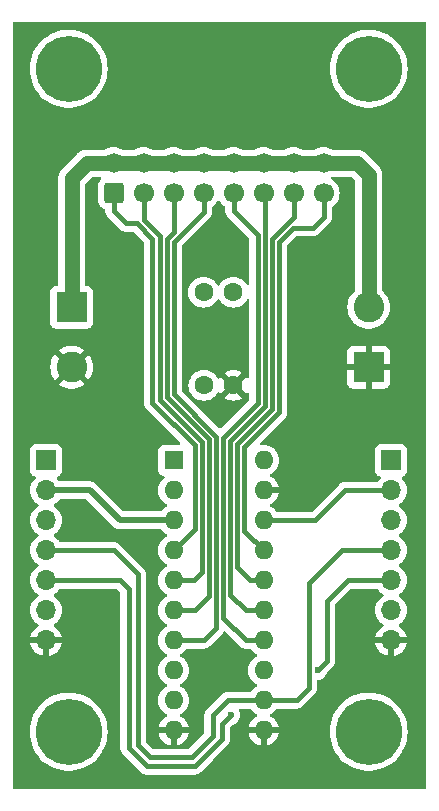
<source format=gbr>
G04 #@! TF.GenerationSoftware,KiCad,Pcbnew,7.0.1*
G04 #@! TF.CreationDate,2023-05-03T21:59:58+05:00*
G04 #@! TF.ProjectId,Breakout_TPIC6B595N_v1.0,42726561-6b6f-4757-945f-545049433642,rev?*
G04 #@! TF.SameCoordinates,Original*
G04 #@! TF.FileFunction,Copper,L2,Bot*
G04 #@! TF.FilePolarity,Positive*
%FSLAX46Y46*%
G04 Gerber Fmt 4.6, Leading zero omitted, Abs format (unit mm)*
G04 Created by KiCad (PCBNEW 7.0.1) date 2023-05-03 21:59:58*
%MOMM*%
%LPD*%
G01*
G04 APERTURE LIST*
G04 Aperture macros list*
%AMRoundRect*
0 Rectangle with rounded corners*
0 $1 Rounding radius*
0 $2 $3 $4 $5 $6 $7 $8 $9 X,Y pos of 4 corners*
0 Add a 4 corners polygon primitive as box body*
4,1,4,$2,$3,$4,$5,$6,$7,$8,$9,$2,$3,0*
0 Add four circle primitives for the rounded corners*
1,1,$1+$1,$2,$3*
1,1,$1+$1,$4,$5*
1,1,$1+$1,$6,$7*
1,1,$1+$1,$8,$9*
0 Add four rect primitives between the rounded corners*
20,1,$1+$1,$2,$3,$4,$5,0*
20,1,$1+$1,$4,$5,$6,$7,0*
20,1,$1+$1,$6,$7,$8,$9,0*
20,1,$1+$1,$8,$9,$2,$3,0*%
G04 Aperture macros list end*
G04 #@! TA.AperFunction,ComponentPad*
%ADD10C,5.600000*%
G04 #@! TD*
G04 #@! TA.AperFunction,ComponentPad*
%ADD11C,1.600000*%
G04 #@! TD*
G04 #@! TA.AperFunction,ComponentPad*
%ADD12R,1.700000X1.700000*%
G04 #@! TD*
G04 #@! TA.AperFunction,ComponentPad*
%ADD13O,1.700000X1.700000*%
G04 #@! TD*
G04 #@! TA.AperFunction,ComponentPad*
%ADD14RoundRect,0.250000X0.600000X-0.600000X0.600000X0.600000X-0.600000X0.600000X-0.600000X-0.600000X0*%
G04 #@! TD*
G04 #@! TA.AperFunction,ComponentPad*
%ADD15C,1.700000*%
G04 #@! TD*
G04 #@! TA.AperFunction,ComponentPad*
%ADD16R,1.600000X1.600000*%
G04 #@! TD*
G04 #@! TA.AperFunction,ComponentPad*
%ADD17O,1.600000X1.600000*%
G04 #@! TD*
G04 #@! TA.AperFunction,ComponentPad*
%ADD18R,2.600000X2.600000*%
G04 #@! TD*
G04 #@! TA.AperFunction,ComponentPad*
%ADD19C,2.600000*%
G04 #@! TD*
G04 #@! TA.AperFunction,ViaPad*
%ADD20C,0.600000*%
G04 #@! TD*
G04 #@! TA.AperFunction,Conductor*
%ADD21C,0.400000*%
G04 #@! TD*
G04 #@! TA.AperFunction,Conductor*
%ADD22C,0.500000*%
G04 #@! TD*
G04 #@! TA.AperFunction,Conductor*
%ADD23C,1.270000*%
G04 #@! TD*
G04 APERTURE END LIST*
D10*
X125730000Y-55000000D03*
D11*
X137180000Y-81788000D03*
X139680000Y-81788000D03*
D10*
X151130000Y-111125000D03*
D12*
X153035000Y-88138000D03*
D13*
X153035000Y-90678000D03*
X153035000Y-93218000D03*
X153035000Y-95758000D03*
X153035000Y-98298000D03*
X153035000Y-100838000D03*
X153035000Y-103378000D03*
D10*
X125730000Y-111125000D03*
D11*
X137160000Y-73914000D03*
X139660000Y-73914000D03*
D14*
X129540000Y-65522500D03*
D15*
X129540000Y-62982500D03*
X132080000Y-65522500D03*
X132080000Y-62982500D03*
X134620000Y-65522500D03*
X134620000Y-62982500D03*
X137160000Y-65522500D03*
X137160000Y-62982500D03*
X139700000Y-65522500D03*
X139700000Y-62982500D03*
X142240000Y-65522500D03*
X142240000Y-62982500D03*
X144780000Y-65522500D03*
X144780000Y-62982500D03*
X147320000Y-65522500D03*
X147320000Y-62982500D03*
D16*
X134615000Y-88138000D03*
D17*
X134615000Y-90678000D03*
X134615000Y-93218000D03*
X134615000Y-95758000D03*
X134615000Y-98298000D03*
X134615000Y-100838000D03*
X134615000Y-103378000D03*
X134615000Y-105918000D03*
X134615000Y-108458000D03*
X134615000Y-110998000D03*
X142235000Y-110998000D03*
X142235000Y-108458000D03*
X142235000Y-105918000D03*
X142235000Y-103378000D03*
X142235000Y-100838000D03*
X142235000Y-98298000D03*
X142235000Y-95758000D03*
X142235000Y-93218000D03*
X142235000Y-90678000D03*
X142235000Y-88138000D03*
D18*
X125984000Y-75184000D03*
D19*
X125984000Y-80264000D03*
D10*
X151130000Y-55000000D03*
D18*
X151130000Y-80264000D03*
D19*
X151130000Y-75184000D03*
D12*
X123825000Y-88138000D03*
D13*
X123825000Y-90678000D03*
X123825000Y-93218000D03*
X123825000Y-95758000D03*
X123825000Y-98298000D03*
X123825000Y-100838000D03*
X123825000Y-103378000D03*
D20*
X147066000Y-114300000D03*
X123952000Y-106172000D03*
X127508000Y-105664000D03*
X150622000Y-106934000D03*
X153162000Y-106426000D03*
X150622000Y-84328000D03*
X124968000Y-84582000D03*
X131318000Y-87884000D03*
X146304000Y-86360000D03*
X154178000Y-69596000D03*
X122936000Y-69850000D03*
X130048000Y-70612000D03*
X122682000Y-61214000D03*
X122936000Y-66802000D03*
X130302000Y-58674000D03*
X153670000Y-63500000D03*
X146812000Y-70866000D03*
X145288000Y-58928000D03*
X138684000Y-58420000D03*
X138176000Y-69596000D03*
X139446000Y-109728000D03*
X146812000Y-105918000D03*
D21*
X134615000Y-95758000D02*
X136398000Y-93975000D01*
X132820000Y-83295584D02*
X132820000Y-69406528D01*
X132820000Y-69406528D02*
X131485472Y-68072000D01*
X136398000Y-93975000D02*
X136398000Y-86873584D01*
X131485472Y-68072000D02*
X130556000Y-68072000D01*
X129540000Y-67056000D02*
X129540000Y-65522500D01*
X136398000Y-86873584D02*
X132820000Y-83295584D01*
X130556000Y-68072000D02*
X129540000Y-67056000D01*
X133420000Y-83047056D02*
X133420000Y-69158000D01*
X134615000Y-98298000D02*
X136306000Y-98298000D01*
X132080000Y-67818000D02*
X132080000Y-65522500D01*
X136998000Y-97606000D02*
X136998000Y-86625056D01*
X136306000Y-98298000D02*
X136998000Y-97606000D01*
X133420000Y-69158000D02*
X132080000Y-67818000D01*
X136998000Y-86625056D02*
X133420000Y-83047056D01*
X136398000Y-100838000D02*
X137598000Y-99638000D01*
X134620000Y-68834000D02*
X134620000Y-65522500D01*
X134020000Y-69434000D02*
X134620000Y-68834000D01*
X137598000Y-99638000D02*
X137598000Y-86376528D01*
X137598000Y-86376528D02*
X134020000Y-82798528D01*
X134615000Y-100838000D02*
X136398000Y-100838000D01*
X134020000Y-82798528D02*
X134020000Y-69434000D01*
X134620000Y-82550000D02*
X134620000Y-69682528D01*
X138198000Y-102340000D02*
X138198000Y-86128000D01*
X137160000Y-103378000D02*
X138198000Y-102340000D01*
X137160000Y-67142528D02*
X137160000Y-65522500D01*
X134615000Y-103378000D02*
X137160000Y-103378000D01*
X134620000Y-69682528D02*
X137160000Y-67142528D01*
X138198000Y-86128000D02*
X134620000Y-82550000D01*
X141732000Y-83312000D02*
X141732000Y-69088000D01*
X142235000Y-103378000D02*
X140716000Y-103378000D01*
X140716000Y-103378000D02*
X138798000Y-101460000D01*
X138798000Y-101460000D02*
X138798000Y-86246000D01*
X139700000Y-67056000D02*
X139700000Y-65522500D01*
X138798000Y-86246000D02*
X141732000Y-83312000D01*
X141732000Y-69088000D02*
X139700000Y-67056000D01*
X140716000Y-100838000D02*
X139398000Y-99520000D01*
X139398000Y-86494528D02*
X142332000Y-83560528D01*
X142332000Y-83560528D02*
X142332000Y-65614500D01*
X142235000Y-100838000D02*
X140716000Y-100838000D01*
X139398000Y-99520000D02*
X139398000Y-86494528D01*
X142332000Y-65614500D02*
X142240000Y-65522500D01*
X144780000Y-67564000D02*
X144780000Y-65522500D01*
X139998000Y-97192370D02*
X139998000Y-86743056D01*
X141103630Y-98298000D02*
X139998000Y-97192370D01*
X139998000Y-86743056D02*
X142932000Y-83809056D01*
X142932000Y-83809056D02*
X142932000Y-69412000D01*
X142235000Y-98298000D02*
X141103630Y-98298000D01*
X142932000Y-69412000D02*
X144780000Y-67564000D01*
X147320000Y-67564000D02*
X147320000Y-65522500D01*
X146431000Y-68453000D02*
X147320000Y-67564000D01*
X143532000Y-84057584D02*
X143532000Y-69660528D01*
X140598000Y-94121000D02*
X140598000Y-86991584D01*
X144739528Y-68453000D02*
X146431000Y-68453000D01*
X142235000Y-95758000D02*
X140598000Y-94121000D01*
X140598000Y-86991584D02*
X143532000Y-84057584D01*
X143532000Y-69660528D02*
X144739528Y-68453000D01*
D22*
X127508000Y-90678000D02*
X123825000Y-90678000D01*
X134615000Y-93218000D02*
X130048000Y-93218000D01*
X130048000Y-93218000D02*
X127508000Y-90678000D01*
D21*
X123825000Y-95758000D02*
X129540000Y-95758000D01*
X148844000Y-95758000D02*
X153035000Y-95758000D01*
X132588000Y-113284000D02*
X136144000Y-113284000D01*
X139192000Y-108458000D02*
X142235000Y-108458000D01*
X129540000Y-95758000D02*
X131572000Y-97790000D01*
X136144000Y-113284000D02*
X137922000Y-111506000D01*
X145034000Y-108458000D02*
X146050000Y-107442000D01*
X137922000Y-111506000D02*
X137922000Y-109728000D01*
X131572000Y-97790000D02*
X131572000Y-112268000D01*
X137922000Y-109728000D02*
X139192000Y-108458000D01*
X146050000Y-98552000D02*
X148844000Y-95758000D01*
X131572000Y-112268000D02*
X132588000Y-113284000D01*
X146050000Y-107442000D02*
X146050000Y-98552000D01*
X142235000Y-108458000D02*
X145034000Y-108458000D01*
X136398000Y-114046000D02*
X137414000Y-113030000D01*
X130048000Y-98298000D02*
X130810000Y-99060000D01*
X131826000Y-113538000D02*
X132334000Y-114046000D01*
X137414000Y-113030000D02*
X138684000Y-111760000D01*
X123825000Y-98298000D02*
X130048000Y-98298000D01*
X132334000Y-114046000D02*
X134874000Y-114046000D01*
X138684000Y-110490000D02*
X139446000Y-109728000D01*
X149352000Y-98298000D02*
X153035000Y-98298000D01*
X147574000Y-100076000D02*
X149352000Y-98298000D01*
X147574000Y-105156000D02*
X147574000Y-100076000D01*
X134874000Y-114046000D02*
X136398000Y-114046000D01*
X146812000Y-105918000D02*
X147574000Y-105156000D01*
X130810000Y-104648000D02*
X130810000Y-112522000D01*
X138684000Y-111760000D02*
X138684000Y-110490000D01*
X130810000Y-99060000D02*
X130810000Y-104648000D01*
X130810000Y-112522000D02*
X131826000Y-113538000D01*
D23*
X142240000Y-62982500D02*
X144780000Y-62982500D01*
X144780000Y-62982500D02*
X147320000Y-62982500D01*
X127263500Y-62982500D02*
X129540000Y-62982500D01*
X125984000Y-75184000D02*
X125984000Y-64262000D01*
X129540000Y-62982500D02*
X132080000Y-62982500D01*
X132080000Y-62982500D02*
X134620000Y-62982500D01*
X125984000Y-64262000D02*
X127263500Y-62982500D01*
X151130000Y-64008000D02*
X151130000Y-75184000D01*
X150104500Y-62982500D02*
X151130000Y-64008000D01*
X139700000Y-62982500D02*
X142240000Y-62982500D01*
X134620000Y-62982500D02*
X137160000Y-62982500D01*
X137160000Y-62982500D02*
X139700000Y-62982500D01*
X147320000Y-62982500D02*
X150104500Y-62982500D01*
D21*
X149098000Y-90678000D02*
X146558000Y-93218000D01*
X153035000Y-90678000D02*
X149098000Y-90678000D01*
X146558000Y-93218000D02*
X142235000Y-93218000D01*
G04 #@! TA.AperFunction,Conductor*
G36*
X127193223Y-91437939D02*
G01*
X127233451Y-91464819D01*
X129472267Y-93703634D01*
X129484048Y-93717266D01*
X129498390Y-93736530D01*
X129536355Y-93768386D01*
X129544317Y-93775684D01*
X129548224Y-93779591D01*
X129572537Y-93798815D01*
X129575337Y-93801096D01*
X129633754Y-93850115D01*
X129650165Y-93860569D01*
X129651319Y-93861107D01*
X129651323Y-93861110D01*
X129719328Y-93892821D01*
X129722451Y-93894333D01*
X129789567Y-93928040D01*
X129790704Y-93928611D01*
X129809084Y-93934998D01*
X129810321Y-93935253D01*
X129810327Y-93935256D01*
X129883862Y-93950439D01*
X129887209Y-93951181D01*
X129960279Y-93968500D01*
X129960281Y-93968500D01*
X129961505Y-93968790D01*
X129980876Y-93970769D01*
X129982140Y-93970732D01*
X129982144Y-93970733D01*
X130057110Y-93968552D01*
X130060716Y-93968500D01*
X133488337Y-93968500D01*
X133545594Y-93982511D01*
X133589912Y-94021377D01*
X133614953Y-94057140D01*
X133775859Y-94218046D01*
X133962263Y-94348566D01*
X133962266Y-94348568D01*
X134020275Y-94375618D01*
X134072450Y-94421375D01*
X134091869Y-94488000D01*
X134072450Y-94554625D01*
X134020275Y-94600382D01*
X133962263Y-94627433D01*
X133775859Y-94757953D01*
X133614953Y-94918859D01*
X133484432Y-95105264D01*
X133388261Y-95311502D01*
X133329364Y-95531310D01*
X133309531Y-95758000D01*
X133329364Y-95984689D01*
X133388261Y-96204497D01*
X133484432Y-96410735D01*
X133614953Y-96597140D01*
X133775859Y-96758046D01*
X133830765Y-96796491D01*
X133962266Y-96888568D01*
X134020273Y-96915617D01*
X134072449Y-96961373D01*
X134091869Y-97027997D01*
X134072451Y-97094622D01*
X134020276Y-97140380D01*
X133962266Y-97167431D01*
X133775859Y-97297953D01*
X133614953Y-97458859D01*
X133484432Y-97645264D01*
X133388261Y-97851502D01*
X133329364Y-98071310D01*
X133309531Y-98298000D01*
X133329364Y-98524689D01*
X133388261Y-98744497D01*
X133484432Y-98950735D01*
X133614953Y-99137140D01*
X133775859Y-99298046D01*
X133962263Y-99428566D01*
X133962266Y-99428568D01*
X134020275Y-99455618D01*
X134072450Y-99501375D01*
X134091869Y-99568000D01*
X134072450Y-99634625D01*
X134020275Y-99680382D01*
X133962263Y-99707433D01*
X133775859Y-99837953D01*
X133614953Y-99998859D01*
X133484432Y-100185264D01*
X133388261Y-100391502D01*
X133329364Y-100611310D01*
X133309531Y-100838000D01*
X133329364Y-101064689D01*
X133388261Y-101284497D01*
X133484432Y-101490735D01*
X133614953Y-101677140D01*
X133775859Y-101838046D01*
X133962263Y-101968566D01*
X133962266Y-101968568D01*
X134020275Y-101995618D01*
X134072450Y-102041375D01*
X134091869Y-102108000D01*
X134072450Y-102174625D01*
X134020275Y-102220382D01*
X133962263Y-102247433D01*
X133775859Y-102377953D01*
X133614953Y-102538859D01*
X133484432Y-102725264D01*
X133388261Y-102931502D01*
X133329364Y-103151310D01*
X133309531Y-103378000D01*
X133329364Y-103604689D01*
X133388261Y-103824497D01*
X133484432Y-104030735D01*
X133614953Y-104217140D01*
X133775859Y-104378046D01*
X133830215Y-104416106D01*
X133962266Y-104508568D01*
X134020275Y-104535618D01*
X134072450Y-104581375D01*
X134091869Y-104648000D01*
X134072450Y-104714625D01*
X134020275Y-104760382D01*
X133962263Y-104787433D01*
X133775859Y-104917953D01*
X133614953Y-105078859D01*
X133484432Y-105265264D01*
X133388261Y-105471502D01*
X133329364Y-105691310D01*
X133309531Y-105918000D01*
X133329364Y-106144689D01*
X133388261Y-106364497D01*
X133484432Y-106570735D01*
X133614953Y-106757140D01*
X133775859Y-106918046D01*
X133962263Y-107048566D01*
X133962266Y-107048568D01*
X134020275Y-107075618D01*
X134072450Y-107121375D01*
X134091869Y-107188000D01*
X134072450Y-107254625D01*
X134020275Y-107300382D01*
X133962263Y-107327433D01*
X133775859Y-107457953D01*
X133614953Y-107618859D01*
X133484432Y-107805264D01*
X133388261Y-108011502D01*
X133329364Y-108231310D01*
X133309531Y-108458000D01*
X133329364Y-108684689D01*
X133388261Y-108904497D01*
X133484432Y-109110735D01*
X133614953Y-109297140D01*
X133775859Y-109458046D01*
X133962264Y-109588567D01*
X133962265Y-109588567D01*
X133962266Y-109588568D01*
X134020865Y-109615893D01*
X134073040Y-109661650D01*
X134092460Y-109728274D01*
X134073041Y-109794899D01*
X134020866Y-109840656D01*
X133962522Y-109867863D01*
X133776180Y-109998341D01*
X133615341Y-110159180D01*
X133484865Y-110345519D01*
X133388733Y-110551673D01*
X133336128Y-110747999D01*
X133336128Y-110748000D01*
X135893872Y-110748000D01*
X135893871Y-110747999D01*
X135841266Y-110551673D01*
X135745134Y-110345519D01*
X135614658Y-110159180D01*
X135453819Y-109998341D01*
X135267482Y-109867866D01*
X135209133Y-109840657D01*
X135156958Y-109794899D01*
X135137539Y-109728274D01*
X135156959Y-109661649D01*
X135209134Y-109615893D01*
X135267734Y-109588568D01*
X135454139Y-109458047D01*
X135615047Y-109297139D01*
X135745568Y-109110734D01*
X135841739Y-108904496D01*
X135900635Y-108684692D01*
X135920468Y-108458000D01*
X135900635Y-108231308D01*
X135841739Y-108011504D01*
X135745568Y-107805266D01*
X135740356Y-107797823D01*
X135615046Y-107618859D01*
X135454140Y-107457953D01*
X135267733Y-107327431D01*
X135209725Y-107300382D01*
X135157549Y-107254625D01*
X135138129Y-107188000D01*
X135157549Y-107121375D01*
X135209725Y-107075618D01*
X135267734Y-107048568D01*
X135454139Y-106918047D01*
X135615047Y-106757139D01*
X135745568Y-106570734D01*
X135841739Y-106364496D01*
X135900635Y-106144692D01*
X135920468Y-105918000D01*
X135900635Y-105691308D01*
X135841739Y-105471504D01*
X135745568Y-105265266D01*
X135740324Y-105257777D01*
X135615046Y-105078859D01*
X135454140Y-104917953D01*
X135267733Y-104787431D01*
X135209725Y-104760382D01*
X135157549Y-104714625D01*
X135138129Y-104648000D01*
X135157549Y-104581375D01*
X135209725Y-104535618D01*
X135267734Y-104508568D01*
X135454139Y-104378047D01*
X135615047Y-104217139D01*
X135675098Y-104131377D01*
X135719416Y-104092511D01*
X135776673Y-104078500D01*
X137135079Y-104078500D01*
X137142566Y-104078726D01*
X137145706Y-104078915D01*
X137202606Y-104082358D01*
X137261782Y-104071513D01*
X137269181Y-104070387D01*
X137328872Y-104063140D01*
X137338335Y-104059550D01*
X137359958Y-104053522D01*
X137369932Y-104051695D01*
X137424808Y-104026996D01*
X137431673Y-104024152D01*
X137487930Y-104002818D01*
X137496270Y-103997060D01*
X137515819Y-103986035D01*
X137525057Y-103981878D01*
X137572413Y-103944775D01*
X137578426Y-103940352D01*
X137627929Y-103906183D01*
X137667823Y-103861150D01*
X137672924Y-103855731D01*
X138675731Y-102852924D01*
X138681150Y-102847823D01*
X138726183Y-102807929D01*
X138760377Y-102758389D01*
X138764770Y-102752419D01*
X138801878Y-102705056D01*
X138805904Y-102696108D01*
X138842504Y-102649391D01*
X138896626Y-102625031D01*
X138955869Y-102628613D01*
X139006661Y-102659318D01*
X140203051Y-103855707D01*
X140208171Y-103861145D01*
X140248071Y-103906183D01*
X140297565Y-103940346D01*
X140297574Y-103940352D01*
X140303603Y-103944788D01*
X140350944Y-103981878D01*
X140360183Y-103986036D01*
X140379719Y-103997053D01*
X140388070Y-104002818D01*
X140444326Y-104024152D01*
X140451220Y-104027009D01*
X140506069Y-104051695D01*
X140516044Y-104053522D01*
X140537656Y-104059547D01*
X140547128Y-104063140D01*
X140606841Y-104070390D01*
X140614185Y-104071507D01*
X140673394Y-104082358D01*
X140730102Y-104078927D01*
X140733434Y-104078726D01*
X140740921Y-104078500D01*
X141073327Y-104078500D01*
X141130584Y-104092511D01*
X141174902Y-104131377D01*
X141234953Y-104217140D01*
X141395859Y-104378046D01*
X141450215Y-104416106D01*
X141582266Y-104508568D01*
X141640275Y-104535618D01*
X141692450Y-104581375D01*
X141711869Y-104648000D01*
X141692450Y-104714625D01*
X141640275Y-104760382D01*
X141582263Y-104787433D01*
X141395859Y-104917953D01*
X141234953Y-105078859D01*
X141104432Y-105265264D01*
X141008261Y-105471502D01*
X140949364Y-105691310D01*
X140929531Y-105918000D01*
X140949364Y-106144689D01*
X141008261Y-106364497D01*
X141104432Y-106570735D01*
X141234953Y-106757140D01*
X141395859Y-106918046D01*
X141582263Y-107048566D01*
X141582266Y-107048568D01*
X141640275Y-107075618D01*
X141692450Y-107121375D01*
X141711869Y-107188000D01*
X141692450Y-107254625D01*
X141640275Y-107300382D01*
X141582263Y-107327433D01*
X141395859Y-107457953D01*
X141234953Y-107618859D01*
X141174902Y-107704623D01*
X141130584Y-107743489D01*
X141073327Y-107757500D01*
X139216910Y-107757500D01*
X139209423Y-107757274D01*
X139149391Y-107753642D01*
X139090242Y-107764481D01*
X139082843Y-107765608D01*
X139023122Y-107772860D01*
X139013641Y-107776456D01*
X138992036Y-107782479D01*
X138982067Y-107784306D01*
X138927228Y-107808986D01*
X138920313Y-107811850D01*
X138864067Y-107833182D01*
X138855720Y-107838943D01*
X138836192Y-107849957D01*
X138826948Y-107854118D01*
X138779597Y-107891214D01*
X138773568Y-107895649D01*
X138724070Y-107929816D01*
X138684183Y-107974838D01*
X138679051Y-107980290D01*
X137444290Y-109215051D01*
X137438838Y-109220183D01*
X137393816Y-109260070D01*
X137359649Y-109309568D01*
X137355213Y-109315597D01*
X137318121Y-109362942D01*
X137313961Y-109372186D01*
X137302941Y-109391725D01*
X137297182Y-109400069D01*
X137275853Y-109456305D01*
X137272989Y-109463219D01*
X137248303Y-109518070D01*
X137246475Y-109528047D01*
X137240454Y-109549648D01*
X137236859Y-109559128D01*
X137229609Y-109618827D01*
X137228483Y-109626226D01*
X137217641Y-109685391D01*
X137221274Y-109745434D01*
X137221500Y-109752921D01*
X137221500Y-111164481D01*
X137212061Y-111211934D01*
X137185181Y-111252162D01*
X135890162Y-112547181D01*
X135849934Y-112574061D01*
X135802481Y-112583500D01*
X132929519Y-112583500D01*
X132882066Y-112574061D01*
X132841838Y-112547181D01*
X132308819Y-112014162D01*
X132281939Y-111973934D01*
X132272500Y-111926481D01*
X132272500Y-111248000D01*
X133336128Y-111248000D01*
X133388733Y-111444326D01*
X133484865Y-111650480D01*
X133615341Y-111836819D01*
X133776180Y-111997658D01*
X133962519Y-112128134D01*
X134168673Y-112224266D01*
X134364999Y-112276871D01*
X134365000Y-112276872D01*
X134365000Y-111248000D01*
X134865000Y-111248000D01*
X134865000Y-112276871D01*
X135061326Y-112224266D01*
X135267480Y-112128134D01*
X135453819Y-111997658D01*
X135614658Y-111836819D01*
X135745134Y-111650480D01*
X135841266Y-111444326D01*
X135893872Y-111248000D01*
X134865000Y-111248000D01*
X134365000Y-111248000D01*
X133336128Y-111248000D01*
X132272500Y-111248000D01*
X132272500Y-97814921D01*
X132272726Y-97807434D01*
X132272927Y-97804102D01*
X132276358Y-97747394D01*
X132265507Y-97688185D01*
X132264390Y-97680841D01*
X132257140Y-97621128D01*
X132253547Y-97611656D01*
X132247522Y-97590044D01*
X132245695Y-97580069D01*
X132221007Y-97525217D01*
X132218147Y-97518313D01*
X132196818Y-97462070D01*
X132191061Y-97453730D01*
X132180035Y-97434181D01*
X132175877Y-97424941D01*
X132138785Y-97377597D01*
X132134355Y-97371577D01*
X132100183Y-97322071D01*
X132055153Y-97282178D01*
X132049715Y-97277058D01*
X130052940Y-95280283D01*
X130047822Y-95274847D01*
X130007929Y-95229817D01*
X129958432Y-95195651D01*
X129952405Y-95191216D01*
X129905054Y-95154120D01*
X129895813Y-95149961D01*
X129876273Y-95138941D01*
X129867930Y-95133182D01*
X129867927Y-95133181D01*
X129867926Y-95133180D01*
X129811701Y-95111856D01*
X129804783Y-95108991D01*
X129749929Y-95084303D01*
X129739952Y-95082475D01*
X129718339Y-95076450D01*
X129708873Y-95072860D01*
X129649172Y-95065610D01*
X129641771Y-95064483D01*
X129582607Y-95053641D01*
X129522566Y-95057274D01*
X129515079Y-95057500D01*
X125047711Y-95057500D01*
X124990454Y-95043489D01*
X124946136Y-95004623D01*
X124886085Y-94918861D01*
X124863495Y-94886599D01*
X124696401Y-94719505D01*
X124510839Y-94589573D01*
X124471975Y-94545257D01*
X124457964Y-94488000D01*
X124471975Y-94430743D01*
X124510839Y-94386426D01*
X124696401Y-94256495D01*
X124863495Y-94089401D01*
X124999035Y-93895830D01*
X125098903Y-93681663D01*
X125160063Y-93453408D01*
X125180659Y-93218000D01*
X125160063Y-92982592D01*
X125098903Y-92754337D01*
X124999035Y-92540171D01*
X124863495Y-92346599D01*
X124696401Y-92179505D01*
X124510839Y-92049573D01*
X124471975Y-92005257D01*
X124457964Y-91948000D01*
X124471975Y-91890743D01*
X124510839Y-91846426D01*
X124696401Y-91716495D01*
X124863495Y-91549401D01*
X124911127Y-91481374D01*
X124955444Y-91442511D01*
X125012701Y-91428500D01*
X127145770Y-91428500D01*
X127193223Y-91437939D01*
G37*
G04 #@! TD.AperFunction*
G04 #@! TA.AperFunction,Conductor*
G36*
X138487257Y-66169475D02*
G01*
X138531573Y-66208339D01*
X138661505Y-66393901D01*
X138828599Y-66560995D01*
X138871675Y-66591157D01*
X138946623Y-66643636D01*
X138985489Y-66687954D01*
X138999500Y-66745211D01*
X138999500Y-67031079D01*
X138999274Y-67038566D01*
X138995641Y-67098607D01*
X139006483Y-67157771D01*
X139007610Y-67165172D01*
X139014860Y-67224873D01*
X139018450Y-67234339D01*
X139024475Y-67255952D01*
X139026303Y-67265929D01*
X139050991Y-67320783D01*
X139053856Y-67327701D01*
X139075180Y-67383926D01*
X139075182Y-67383930D01*
X139080941Y-67392273D01*
X139091961Y-67411813D01*
X139096120Y-67421054D01*
X139133216Y-67468405D01*
X139137651Y-67474432D01*
X139171817Y-67523929D01*
X139216847Y-67563822D01*
X139222283Y-67568940D01*
X140995181Y-69341838D01*
X141022061Y-69382066D01*
X141031500Y-69429519D01*
X141031500Y-73218619D01*
X141013789Y-73282484D01*
X140965715Y-73328104D01*
X140901010Y-73342449D01*
X140838160Y-73321420D01*
X140795118Y-73271024D01*
X140790567Y-73261264D01*
X140660046Y-73074859D01*
X140499140Y-72913953D01*
X140312735Y-72783432D01*
X140106497Y-72687261D01*
X139886689Y-72628364D01*
X139660000Y-72608531D01*
X139433310Y-72628364D01*
X139213502Y-72687261D01*
X139007264Y-72783432D01*
X138820859Y-72913953D01*
X138659953Y-73074859D01*
X138529432Y-73261264D01*
X138522382Y-73276385D01*
X138476625Y-73328561D01*
X138410000Y-73347980D01*
X138343375Y-73328561D01*
X138297618Y-73276385D01*
X138290567Y-73261264D01*
X138160046Y-73074859D01*
X137999140Y-72913953D01*
X137812735Y-72783432D01*
X137606497Y-72687261D01*
X137386689Y-72628364D01*
X137160000Y-72608531D01*
X136933310Y-72628364D01*
X136713502Y-72687261D01*
X136507264Y-72783432D01*
X136320859Y-72913953D01*
X136159953Y-73074859D01*
X136029432Y-73261264D01*
X135933261Y-73467502D01*
X135874364Y-73687310D01*
X135854531Y-73913999D01*
X135874364Y-74140689D01*
X135933261Y-74360497D01*
X136029432Y-74566735D01*
X136159953Y-74753140D01*
X136320859Y-74914046D01*
X136507264Y-75044567D01*
X136507265Y-75044567D01*
X136507266Y-75044568D01*
X136713504Y-75140739D01*
X136933308Y-75199635D01*
X137160000Y-75219468D01*
X137386692Y-75199635D01*
X137606496Y-75140739D01*
X137812734Y-75044568D01*
X137999139Y-74914047D01*
X138160047Y-74753139D01*
X138290568Y-74566734D01*
X138297619Y-74551612D01*
X138343374Y-74499439D01*
X138410000Y-74480019D01*
X138476626Y-74499439D01*
X138522380Y-74551612D01*
X138529432Y-74566734D01*
X138529434Y-74566738D01*
X138659953Y-74753140D01*
X138820859Y-74914046D01*
X139007264Y-75044567D01*
X139007265Y-75044567D01*
X139007266Y-75044568D01*
X139213504Y-75140739D01*
X139433308Y-75199635D01*
X139660000Y-75219468D01*
X139886692Y-75199635D01*
X140106496Y-75140739D01*
X140312734Y-75044568D01*
X140499139Y-74914047D01*
X140660047Y-74753139D01*
X140790568Y-74566734D01*
X140795118Y-74556975D01*
X140838160Y-74506580D01*
X140901010Y-74485551D01*
X140965715Y-74499896D01*
X141013789Y-74545516D01*
X141031500Y-74609381D01*
X141031500Y-81058383D01*
X141015953Y-81118500D01*
X140973210Y-81163541D01*
X140913989Y-81182213D01*
X140853141Y-81169833D01*
X140805925Y-81129506D01*
X140759025Y-81062526D01*
X140033553Y-81788000D01*
X140033553Y-81788001D01*
X140759025Y-82513472D01*
X140805925Y-82446493D01*
X140853142Y-82406166D01*
X140913990Y-82393787D01*
X140973210Y-82412459D01*
X141015953Y-82457501D01*
X141031500Y-82517617D01*
X141031500Y-82970482D01*
X141022061Y-83017935D01*
X140995181Y-83058163D01*
X138644681Y-85408662D01*
X138589094Y-85440756D01*
X138524906Y-85440756D01*
X138469319Y-85408662D01*
X135356819Y-82296162D01*
X135329939Y-82255934D01*
X135320500Y-82208481D01*
X135320500Y-81787999D01*
X135874531Y-81787999D01*
X135894364Y-82014689D01*
X135953261Y-82234497D01*
X136049432Y-82440735D01*
X136179953Y-82627140D01*
X136340859Y-82788046D01*
X136527264Y-82918567D01*
X136527265Y-82918567D01*
X136527266Y-82918568D01*
X136733504Y-83014739D01*
X136953308Y-83073635D01*
X137180000Y-83093468D01*
X137406692Y-83073635D01*
X137626496Y-83014739D01*
X137832734Y-82918568D01*
X137906344Y-82867026D01*
X138954526Y-82867026D01*
X139027515Y-82918133D01*
X139233673Y-83014266D01*
X139453397Y-83073141D01*
X139680000Y-83092966D01*
X139906602Y-83073141D01*
X140126326Y-83014266D01*
X140332480Y-82918134D01*
X140405472Y-82867025D01*
X139680001Y-82141553D01*
X139680000Y-82141553D01*
X138954526Y-82867025D01*
X138954526Y-82867026D01*
X137906344Y-82867026D01*
X138019139Y-82788047D01*
X138180047Y-82627139D01*
X138310568Y-82440734D01*
X138317893Y-82425023D01*
X138363647Y-82372849D01*
X138430273Y-82353428D01*
X138496899Y-82372847D01*
X138542657Y-82425023D01*
X138549866Y-82440483D01*
X138600972Y-82513471D01*
X138600974Y-82513472D01*
X139326446Y-81788001D01*
X139326446Y-81788000D01*
X138600973Y-81062526D01*
X138600973Y-81062527D01*
X138549865Y-81135517D01*
X138542656Y-81150977D01*
X138496899Y-81203151D01*
X138430274Y-81222570D01*
X138363649Y-81203150D01*
X138317893Y-81150975D01*
X138310567Y-81135264D01*
X138180046Y-80948859D01*
X138019140Y-80787953D01*
X137906344Y-80708973D01*
X138954526Y-80708973D01*
X139680000Y-81434446D01*
X139680001Y-81434446D01*
X140405472Y-80708974D01*
X140405471Y-80708972D01*
X140332484Y-80657866D01*
X140126326Y-80561733D01*
X139906602Y-80502858D01*
X139680000Y-80483033D01*
X139453397Y-80502858D01*
X139233672Y-80561733D01*
X139027516Y-80657865D01*
X138954527Y-80708973D01*
X138954526Y-80708973D01*
X137906344Y-80708973D01*
X137832735Y-80657432D01*
X137626497Y-80561261D01*
X137406689Y-80502364D01*
X137180000Y-80482531D01*
X136953310Y-80502364D01*
X136733502Y-80561261D01*
X136527264Y-80657432D01*
X136340859Y-80787953D01*
X136179953Y-80948859D01*
X136049432Y-81135264D01*
X135953261Y-81341502D01*
X135894364Y-81561310D01*
X135874531Y-81787999D01*
X135320500Y-81787999D01*
X135320500Y-70024047D01*
X135329939Y-69976594D01*
X135356819Y-69936366D01*
X135915028Y-69378157D01*
X137637731Y-67655452D01*
X137643151Y-67650350D01*
X137688183Y-67610457D01*
X137722358Y-67560944D01*
X137726779Y-67554935D01*
X137763877Y-67507585D01*
X137768033Y-67498348D01*
X137779058Y-67478801D01*
X137784818Y-67470458D01*
X137806154Y-67414196D01*
X137809014Y-67407294D01*
X137833694Y-67352460D01*
X137835519Y-67342499D01*
X137841545Y-67320876D01*
X137845140Y-67311400D01*
X137852389Y-67251693D01*
X137853516Y-67244290D01*
X137864357Y-67185134D01*
X137860726Y-67125106D01*
X137860500Y-67117619D01*
X137860500Y-66745211D01*
X137874511Y-66687954D01*
X137913377Y-66643636D01*
X138031401Y-66560995D01*
X138198495Y-66393901D01*
X138328426Y-66208339D01*
X138372743Y-66169475D01*
X138430000Y-66155464D01*
X138487257Y-66169475D01*
G37*
G04 #@! TD.AperFunction*
G04 #@! TA.AperFunction,Conductor*
G36*
X155937500Y-51017113D02*
G01*
X155982887Y-51062500D01*
X155999500Y-51124500D01*
X155999500Y-115875500D01*
X155982887Y-115937500D01*
X155937500Y-115982887D01*
X155875500Y-115999500D01*
X121124500Y-115999500D01*
X121062500Y-115982887D01*
X121017113Y-115937500D01*
X121000500Y-115875500D01*
X121000500Y-111125000D01*
X122424651Y-111125000D01*
X122444027Y-111482364D01*
X122501930Y-111835559D01*
X122597674Y-112180401D01*
X122730146Y-112512881D01*
X122897786Y-112829080D01*
X122897789Y-112829085D01*
X122937093Y-112887054D01*
X123098636Y-113125313D01*
X123330332Y-113398086D01*
X123590161Y-113644210D01*
X123875080Y-113860799D01*
X123875081Y-113860800D01*
X124181747Y-114045315D01*
X124506565Y-114195591D01*
X124845726Y-114309868D01*
X125195254Y-114386805D01*
X125516151Y-114421704D01*
X125551051Y-114425500D01*
X125551052Y-114425500D01*
X125908948Y-114425500D01*
X125908949Y-114425500D01*
X125940730Y-114422043D01*
X126264746Y-114386805D01*
X126614274Y-114309868D01*
X126953435Y-114195591D01*
X127278253Y-114045315D01*
X127584919Y-113860800D01*
X127869837Y-113644211D01*
X128129668Y-113398086D01*
X128361365Y-113125311D01*
X128562211Y-112829085D01*
X128671062Y-112623771D01*
X128729853Y-112512881D01*
X128862325Y-112180401D01*
X128958069Y-111835559D01*
X128958068Y-111835559D01*
X128958071Y-111835552D01*
X129015972Y-111482371D01*
X129035348Y-111125000D01*
X129015972Y-110767629D01*
X128958071Y-110414448D01*
X128958069Y-110414440D01*
X128862325Y-110069598D01*
X128729853Y-109737118D01*
X128562213Y-109420919D01*
X128562211Y-109420915D01*
X128361365Y-109124689D01*
X128361363Y-109124686D01*
X128129667Y-108851913D01*
X127869838Y-108605789D01*
X127584918Y-108389199D01*
X127278250Y-108204683D01*
X126953439Y-108054411D01*
X126953440Y-108054411D01*
X126953435Y-108054409D01*
X126614274Y-107940132D01*
X126614273Y-107940131D01*
X126614271Y-107940131D01*
X126392037Y-107891214D01*
X126264746Y-107863195D01*
X126086847Y-107843847D01*
X125908949Y-107824500D01*
X125908948Y-107824500D01*
X125551052Y-107824500D01*
X125551051Y-107824500D01*
X125195254Y-107863195D01*
X124845728Y-107940131D01*
X124673283Y-107998234D01*
X124506565Y-108054409D01*
X124506562Y-108054410D01*
X124506560Y-108054411D01*
X124181749Y-108204683D01*
X123875081Y-108389199D01*
X123590161Y-108605789D01*
X123330332Y-108851913D01*
X123098636Y-109124686D01*
X122897786Y-109420919D01*
X122730146Y-109737118D01*
X122597674Y-110069598D01*
X122501930Y-110414440D01*
X122444027Y-110767635D01*
X122424651Y-111125000D01*
X121000500Y-111125000D01*
X121000500Y-103628000D01*
X122494364Y-103628000D01*
X122551569Y-103841492D01*
X122651399Y-104055576D01*
X122786893Y-104249081D01*
X122953918Y-104416106D01*
X123147423Y-104551600D01*
X123361507Y-104651430D01*
X123574999Y-104708635D01*
X123575000Y-104708636D01*
X123575000Y-103628000D01*
X124075000Y-103628000D01*
X124075000Y-104708635D01*
X124288492Y-104651430D01*
X124502576Y-104551600D01*
X124696081Y-104416106D01*
X124863106Y-104249081D01*
X124998600Y-104055576D01*
X125098430Y-103841492D01*
X125155636Y-103628000D01*
X124075000Y-103628000D01*
X123575000Y-103628000D01*
X122494364Y-103628000D01*
X121000500Y-103628000D01*
X121000500Y-100838000D01*
X122469340Y-100838000D01*
X122489936Y-101073407D01*
X122502014Y-101118481D01*
X122551097Y-101301663D01*
X122650965Y-101515830D01*
X122786505Y-101709401D01*
X122953599Y-101876495D01*
X123139597Y-102006732D01*
X123178460Y-102051048D01*
X123192471Y-102108305D01*
X123178461Y-102165561D01*
X123139595Y-102209880D01*
X122953919Y-102339892D01*
X122786890Y-102506921D01*
X122651400Y-102700421D01*
X122551569Y-102914507D01*
X122494364Y-103127999D01*
X122494364Y-103128000D01*
X125155636Y-103128000D01*
X125155635Y-103127999D01*
X125098430Y-102914507D01*
X124998599Y-102700421D01*
X124863109Y-102506921D01*
X124696081Y-102339893D01*
X124510404Y-102209880D01*
X124471539Y-102165562D01*
X124457528Y-102108305D01*
X124471539Y-102051048D01*
X124510402Y-102006732D01*
X124696401Y-101876495D01*
X124863495Y-101709401D01*
X124999035Y-101515830D01*
X125098903Y-101301663D01*
X125160063Y-101073408D01*
X125180659Y-100838000D01*
X125160063Y-100602592D01*
X125098903Y-100374337D01*
X124999035Y-100160171D01*
X124863495Y-99966599D01*
X124696401Y-99799505D01*
X124510839Y-99669573D01*
X124471975Y-99625257D01*
X124457964Y-99568000D01*
X124471975Y-99510743D01*
X124510839Y-99466426D01*
X124696401Y-99336495D01*
X124863495Y-99169401D01*
X124946136Y-99051376D01*
X124990454Y-99012511D01*
X125047711Y-98998500D01*
X129706481Y-98998500D01*
X129753934Y-99007939D01*
X129794162Y-99034819D01*
X130073181Y-99313838D01*
X130100061Y-99354066D01*
X130109500Y-99401519D01*
X130109500Y-112497079D01*
X130109274Y-112504566D01*
X130105641Y-112564607D01*
X130116483Y-112623771D01*
X130117610Y-112631172D01*
X130124860Y-112690873D01*
X130128450Y-112700339D01*
X130134475Y-112721952D01*
X130136303Y-112731929D01*
X130160991Y-112786783D01*
X130163856Y-112793701D01*
X130177274Y-112829080D01*
X130185182Y-112849930D01*
X130190941Y-112858273D01*
X130201961Y-112877813D01*
X130206120Y-112887054D01*
X130243216Y-112934405D01*
X130247651Y-112940432D01*
X130281817Y-112989929D01*
X130326847Y-113029822D01*
X130332283Y-113034940D01*
X131300710Y-114003367D01*
X131821051Y-114523707D01*
X131826171Y-114529145D01*
X131866071Y-114574183D01*
X131915565Y-114608346D01*
X131915577Y-114608354D01*
X131921603Y-114612788D01*
X131968943Y-114649877D01*
X131978178Y-114654033D01*
X131997726Y-114665058D01*
X132006070Y-114670818D01*
X132062322Y-114692151D01*
X132069228Y-114695012D01*
X132124068Y-114719694D01*
X132134030Y-114721519D01*
X132155650Y-114727546D01*
X132165125Y-114731139D01*
X132165128Y-114731140D01*
X132224856Y-114738392D01*
X132232201Y-114739509D01*
X132291394Y-114750357D01*
X132351421Y-114746726D01*
X132358909Y-114746500D01*
X134831628Y-114746500D01*
X134916372Y-114746500D01*
X136373079Y-114746500D01*
X136380566Y-114746726D01*
X136383706Y-114746915D01*
X136440606Y-114750358D01*
X136499782Y-114739513D01*
X136507181Y-114738387D01*
X136566872Y-114731140D01*
X136576335Y-114727550D01*
X136597958Y-114721522D01*
X136607932Y-114719695D01*
X136662808Y-114694996D01*
X136669673Y-114692152D01*
X136725930Y-114670818D01*
X136734270Y-114665060D01*
X136753819Y-114654035D01*
X136763057Y-114649878D01*
X136810413Y-114612775D01*
X136816423Y-114608354D01*
X136865929Y-114574183D01*
X136905823Y-114529150D01*
X136910924Y-114523731D01*
X137939290Y-113495367D01*
X137939290Y-113495366D01*
X139161731Y-112272924D01*
X139167150Y-112267823D01*
X139212183Y-112227929D01*
X139246351Y-112178426D01*
X139250763Y-112172428D01*
X139287878Y-112125057D01*
X139292034Y-112115820D01*
X139303062Y-112096267D01*
X139308818Y-112087930D01*
X139330153Y-112031671D01*
X139332997Y-112024803D01*
X139357694Y-111969932D01*
X139359519Y-111959970D01*
X139365545Y-111938348D01*
X139369140Y-111928872D01*
X139376389Y-111869165D01*
X139377516Y-111861762D01*
X139382087Y-111836819D01*
X139388357Y-111802606D01*
X139384726Y-111742577D01*
X139384500Y-111735090D01*
X139384500Y-111248000D01*
X140956128Y-111248000D01*
X141008733Y-111444326D01*
X141104865Y-111650480D01*
X141235341Y-111836819D01*
X141396180Y-111997658D01*
X141582519Y-112128134D01*
X141788673Y-112224266D01*
X141984999Y-112276871D01*
X141985000Y-112276872D01*
X141985000Y-111248000D01*
X142485000Y-111248000D01*
X142485000Y-112276871D01*
X142681326Y-112224266D01*
X142887480Y-112128134D01*
X143073819Y-111997658D01*
X143234658Y-111836819D01*
X143365134Y-111650480D01*
X143461266Y-111444326D01*
X143513872Y-111248000D01*
X142485000Y-111248000D01*
X141985000Y-111248000D01*
X140956128Y-111248000D01*
X139384500Y-111248000D01*
X139384500Y-111125000D01*
X147824651Y-111125000D01*
X147844027Y-111482364D01*
X147901930Y-111835559D01*
X147997674Y-112180401D01*
X148130146Y-112512881D01*
X148297786Y-112829080D01*
X148297789Y-112829085D01*
X148337093Y-112887054D01*
X148498636Y-113125313D01*
X148730332Y-113398086D01*
X148990161Y-113644210D01*
X149275080Y-113860799D01*
X149275081Y-113860800D01*
X149581747Y-114045315D01*
X149906565Y-114195591D01*
X150245726Y-114309868D01*
X150595254Y-114386805D01*
X150916151Y-114421704D01*
X150951051Y-114425500D01*
X150951052Y-114425500D01*
X151308948Y-114425500D01*
X151308949Y-114425500D01*
X151340730Y-114422043D01*
X151664746Y-114386805D01*
X152014274Y-114309868D01*
X152353435Y-114195591D01*
X152678253Y-114045315D01*
X152984919Y-113860800D01*
X153269837Y-113644211D01*
X153529668Y-113398086D01*
X153761365Y-113125311D01*
X153962211Y-112829085D01*
X154071062Y-112623771D01*
X154129853Y-112512881D01*
X154262325Y-112180401D01*
X154358069Y-111835559D01*
X154358068Y-111835559D01*
X154358071Y-111835552D01*
X154415972Y-111482371D01*
X154435348Y-111125000D01*
X154415972Y-110767629D01*
X154358071Y-110414448D01*
X154358069Y-110414440D01*
X154262325Y-110069598D01*
X154129853Y-109737118D01*
X153962213Y-109420919D01*
X153962211Y-109420915D01*
X153761365Y-109124689D01*
X153761363Y-109124686D01*
X153529667Y-108851913D01*
X153269838Y-108605789D01*
X152984918Y-108389199D01*
X152678250Y-108204683D01*
X152353439Y-108054411D01*
X152353440Y-108054411D01*
X152353435Y-108054409D01*
X152014274Y-107940132D01*
X152014273Y-107940131D01*
X152014271Y-107940131D01*
X151792037Y-107891214D01*
X151664746Y-107863195D01*
X151486847Y-107843847D01*
X151308949Y-107824500D01*
X151308948Y-107824500D01*
X150951052Y-107824500D01*
X150951051Y-107824500D01*
X150595254Y-107863195D01*
X150245728Y-107940131D01*
X150073283Y-107998234D01*
X149906565Y-108054409D01*
X149906562Y-108054410D01*
X149906560Y-108054411D01*
X149581749Y-108204683D01*
X149275081Y-108389199D01*
X148990161Y-108605789D01*
X148730332Y-108851913D01*
X148498636Y-109124686D01*
X148297786Y-109420919D01*
X148130146Y-109737118D01*
X147997674Y-110069598D01*
X147901930Y-110414440D01*
X147844027Y-110767635D01*
X147824651Y-111125000D01*
X139384500Y-111125000D01*
X139384500Y-110831519D01*
X139393939Y-110784067D01*
X139420816Y-110743840D01*
X139645292Y-110519363D01*
X139692013Y-110490007D01*
X139795522Y-110453789D01*
X139948262Y-110357816D01*
X140075816Y-110230262D01*
X140171789Y-110077522D01*
X140231368Y-109907255D01*
X140251565Y-109728000D01*
X140231368Y-109548745D01*
X140171789Y-109378478D01*
X140162027Y-109362942D01*
X140152935Y-109348471D01*
X140133978Y-109285977D01*
X140149401Y-109222519D01*
X140194928Y-109175697D01*
X140257929Y-109158500D01*
X141073327Y-109158500D01*
X141130584Y-109172511D01*
X141174902Y-109211377D01*
X141234953Y-109297140D01*
X141395859Y-109458046D01*
X141582264Y-109588567D01*
X141582265Y-109588567D01*
X141582266Y-109588568D01*
X141640865Y-109615893D01*
X141693040Y-109661650D01*
X141712460Y-109728274D01*
X141693041Y-109794899D01*
X141640866Y-109840656D01*
X141582522Y-109867863D01*
X141396180Y-109998341D01*
X141235341Y-110159180D01*
X141104865Y-110345519D01*
X141008733Y-110551673D01*
X140956128Y-110747999D01*
X140956128Y-110748000D01*
X143513872Y-110748000D01*
X143513871Y-110747999D01*
X143461266Y-110551673D01*
X143365134Y-110345519D01*
X143234658Y-110159180D01*
X143073819Y-109998341D01*
X142887482Y-109867866D01*
X142829133Y-109840657D01*
X142776958Y-109794899D01*
X142757539Y-109728274D01*
X142776959Y-109661649D01*
X142829134Y-109615893D01*
X142887734Y-109588568D01*
X143074139Y-109458047D01*
X143235047Y-109297139D01*
X143295098Y-109211377D01*
X143339416Y-109172511D01*
X143396673Y-109158500D01*
X145009079Y-109158500D01*
X145016566Y-109158726D01*
X145019706Y-109158915D01*
X145076606Y-109162358D01*
X145135782Y-109151513D01*
X145143181Y-109150387D01*
X145202872Y-109143140D01*
X145212335Y-109139550D01*
X145233958Y-109133522D01*
X145243932Y-109131695D01*
X145298808Y-109106996D01*
X145305673Y-109104152D01*
X145361930Y-109082818D01*
X145370270Y-109077060D01*
X145389819Y-109066035D01*
X145399057Y-109061878D01*
X145446413Y-109024775D01*
X145452420Y-109020355D01*
X145501929Y-108986183D01*
X145541823Y-108941150D01*
X145546924Y-108935731D01*
X146527731Y-107954924D01*
X146533150Y-107949823D01*
X146578183Y-107909929D01*
X146612355Y-107860420D01*
X146616775Y-107854413D01*
X146653878Y-107807057D01*
X146658035Y-107797819D01*
X146669060Y-107778270D01*
X146674818Y-107769930D01*
X146696152Y-107713673D01*
X146698996Y-107706808D01*
X146723695Y-107651932D01*
X146725522Y-107641958D01*
X146731552Y-107620331D01*
X146732111Y-107618859D01*
X146735140Y-107610872D01*
X146742387Y-107551181D01*
X146743514Y-107543778D01*
X146754358Y-107484606D01*
X146750726Y-107424566D01*
X146750500Y-107417079D01*
X146750500Y-106841308D01*
X146764870Y-106783367D01*
X146804648Y-106738854D01*
X146860616Y-106718088D01*
X146938084Y-106709358D01*
X146991255Y-106703368D01*
X147161522Y-106643789D01*
X147314262Y-106547816D01*
X147441816Y-106420262D01*
X147537789Y-106267522D01*
X147574007Y-106164013D01*
X147603365Y-106117290D01*
X148051731Y-105668924D01*
X148057150Y-105663823D01*
X148102183Y-105623929D01*
X148136377Y-105574389D01*
X148140770Y-105568419D01*
X148177878Y-105521056D01*
X148182035Y-105511818D01*
X148193061Y-105492268D01*
X148198818Y-105483930D01*
X148220152Y-105427674D01*
X148222994Y-105420811D01*
X148247695Y-105365931D01*
X148249522Y-105355956D01*
X148255549Y-105334339D01*
X148259140Y-105324872D01*
X148266387Y-105265179D01*
X148267514Y-105257777D01*
X148278358Y-105198606D01*
X148274726Y-105138566D01*
X148274500Y-105131079D01*
X148274500Y-103628000D01*
X151704364Y-103628000D01*
X151761569Y-103841492D01*
X151861399Y-104055576D01*
X151996893Y-104249081D01*
X152163918Y-104416106D01*
X152357423Y-104551600D01*
X152571507Y-104651430D01*
X152784999Y-104708635D01*
X152785000Y-104708636D01*
X152785000Y-103628000D01*
X153285000Y-103628000D01*
X153285000Y-104708635D01*
X153498492Y-104651430D01*
X153712576Y-104551600D01*
X153906081Y-104416106D01*
X154073106Y-104249081D01*
X154208600Y-104055576D01*
X154308430Y-103841492D01*
X154365636Y-103628000D01*
X153285000Y-103628000D01*
X152785000Y-103628000D01*
X151704364Y-103628000D01*
X148274500Y-103628000D01*
X148274500Y-100417519D01*
X148283939Y-100370066D01*
X148310819Y-100329838D01*
X149605838Y-99034819D01*
X149646066Y-99007939D01*
X149693519Y-98998500D01*
X151812289Y-98998500D01*
X151869546Y-99012511D01*
X151913863Y-99051376D01*
X151996505Y-99169401D01*
X152163599Y-99336495D01*
X152349160Y-99466426D01*
X152388024Y-99510743D01*
X152402035Y-99568000D01*
X152388024Y-99625257D01*
X152349159Y-99669575D01*
X152163595Y-99799508D01*
X151996505Y-99966598D01*
X151860965Y-100160170D01*
X151761097Y-100374336D01*
X151699936Y-100602592D01*
X151679340Y-100838000D01*
X151699936Y-101073407D01*
X151712014Y-101118481D01*
X151761097Y-101301663D01*
X151860965Y-101515830D01*
X151996505Y-101709401D01*
X152163599Y-101876495D01*
X152349597Y-102006732D01*
X152388460Y-102051048D01*
X152402471Y-102108305D01*
X152388461Y-102165561D01*
X152349595Y-102209880D01*
X152163919Y-102339892D01*
X151996890Y-102506921D01*
X151861400Y-102700421D01*
X151761569Y-102914507D01*
X151704364Y-103127999D01*
X151704364Y-103128000D01*
X154365636Y-103128000D01*
X154365635Y-103127999D01*
X154308430Y-102914507D01*
X154208599Y-102700421D01*
X154073109Y-102506921D01*
X153906081Y-102339893D01*
X153720404Y-102209880D01*
X153681539Y-102165562D01*
X153667528Y-102108305D01*
X153681539Y-102051048D01*
X153720402Y-102006732D01*
X153906401Y-101876495D01*
X154073495Y-101709401D01*
X154209035Y-101515830D01*
X154308903Y-101301663D01*
X154370063Y-101073408D01*
X154390659Y-100838000D01*
X154370063Y-100602592D01*
X154308903Y-100374337D01*
X154209035Y-100160171D01*
X154073495Y-99966599D01*
X153906401Y-99799505D01*
X153720839Y-99669573D01*
X153681975Y-99625257D01*
X153667964Y-99568000D01*
X153681975Y-99510743D01*
X153720839Y-99466426D01*
X153906401Y-99336495D01*
X154073495Y-99169401D01*
X154209035Y-98975830D01*
X154308903Y-98761663D01*
X154370063Y-98533408D01*
X154390659Y-98298000D01*
X154380942Y-98186942D01*
X154370063Y-98062592D01*
X154363755Y-98039051D01*
X154308903Y-97834337D01*
X154209035Y-97620171D01*
X154073495Y-97426599D01*
X153906401Y-97259505D01*
X153720839Y-97129573D01*
X153681974Y-97085255D01*
X153667964Y-97027999D01*
X153681975Y-96970742D01*
X153720837Y-96926428D01*
X153906401Y-96796495D01*
X154073495Y-96629401D01*
X154209035Y-96435830D01*
X154308903Y-96221663D01*
X154370063Y-95993408D01*
X154390659Y-95758000D01*
X154370063Y-95522592D01*
X154308903Y-95294337D01*
X154209035Y-95080171D01*
X154073495Y-94886599D01*
X153906401Y-94719505D01*
X153720839Y-94589573D01*
X153681975Y-94545257D01*
X153667964Y-94488000D01*
X153681975Y-94430743D01*
X153720839Y-94386426D01*
X153906401Y-94256495D01*
X154073495Y-94089401D01*
X154209035Y-93895830D01*
X154308903Y-93681663D01*
X154370063Y-93453408D01*
X154390659Y-93218000D01*
X154370063Y-92982592D01*
X154308903Y-92754337D01*
X154209035Y-92540171D01*
X154073495Y-92346599D01*
X153906401Y-92179505D01*
X153720839Y-92049573D01*
X153681975Y-92005257D01*
X153667964Y-91948000D01*
X153681975Y-91890743D01*
X153720839Y-91846426D01*
X153906401Y-91716495D01*
X154073495Y-91549401D01*
X154209035Y-91355830D01*
X154308903Y-91141663D01*
X154370063Y-90913408D01*
X154390659Y-90678000D01*
X154370063Y-90442592D01*
X154308903Y-90214337D01*
X154209035Y-90000171D01*
X154073495Y-89806599D01*
X153951569Y-89684673D01*
X153920273Y-89631927D01*
X153918084Y-89570634D01*
X153945537Y-89515789D01*
X153995916Y-89480810D01*
X154127331Y-89431796D01*
X154242546Y-89345546D01*
X154328796Y-89230331D01*
X154379091Y-89095483D01*
X154385500Y-89035873D01*
X154385499Y-87240128D01*
X154379091Y-87180517D01*
X154328796Y-87045669D01*
X154242546Y-86930454D01*
X154127331Y-86844204D01*
X153992483Y-86793909D01*
X153932873Y-86787500D01*
X153932869Y-86787500D01*
X152137130Y-86787500D01*
X152077515Y-86793909D01*
X151942669Y-86844204D01*
X151827454Y-86930454D01*
X151741204Y-87045668D01*
X151690909Y-87180515D01*
X151690909Y-87180517D01*
X151685534Y-87230516D01*
X151684500Y-87240130D01*
X151684500Y-89035869D01*
X151685018Y-89040686D01*
X151690909Y-89095483D01*
X151741204Y-89230331D01*
X151827454Y-89345546D01*
X151942669Y-89431796D01*
X152054907Y-89473658D01*
X152074082Y-89480810D01*
X152124462Y-89515789D01*
X152151915Y-89570634D01*
X152149726Y-89631926D01*
X152118431Y-89684673D01*
X151996503Y-89806601D01*
X151913864Y-89924623D01*
X151869546Y-89963489D01*
X151812289Y-89977500D01*
X149122909Y-89977500D01*
X149115422Y-89977274D01*
X149055391Y-89973642D01*
X148996242Y-89984481D01*
X148988843Y-89985608D01*
X148929122Y-89992860D01*
X148919641Y-89996456D01*
X148898036Y-90002479D01*
X148888069Y-90004305D01*
X148833234Y-90028984D01*
X148826318Y-90031848D01*
X148770069Y-90053181D01*
X148761725Y-90058941D01*
X148742183Y-90069963D01*
X148732944Y-90074121D01*
X148685594Y-90111216D01*
X148679566Y-90115652D01*
X148630067Y-90149819D01*
X148590183Y-90194838D01*
X148585051Y-90200290D01*
X146304162Y-92481181D01*
X146263934Y-92508061D01*
X146216481Y-92517500D01*
X143396673Y-92517500D01*
X143339416Y-92503489D01*
X143295098Y-92464623D01*
X143235046Y-92378859D01*
X143074140Y-92217953D01*
X142887736Y-92087433D01*
X142829725Y-92060382D01*
X142829132Y-92060105D01*
X142776958Y-92014348D01*
X142757539Y-91947723D01*
X142776959Y-91881098D01*
X142829135Y-91835342D01*
X142887479Y-91808135D01*
X143073819Y-91677658D01*
X143234658Y-91516819D01*
X143365134Y-91330480D01*
X143461266Y-91124326D01*
X143513872Y-90928000D01*
X142109000Y-90928000D01*
X142047000Y-90911387D01*
X142001613Y-90866000D01*
X141985000Y-90804000D01*
X141985000Y-90552000D01*
X142001613Y-90490000D01*
X142047000Y-90444613D01*
X142109000Y-90428000D01*
X143513872Y-90428000D01*
X143513871Y-90427999D01*
X143461266Y-90231673D01*
X143365134Y-90025519D01*
X143234658Y-89839180D01*
X143073819Y-89678341D01*
X142887482Y-89547866D01*
X142829133Y-89520657D01*
X142776958Y-89474899D01*
X142757539Y-89408274D01*
X142776959Y-89341649D01*
X142829134Y-89295893D01*
X142887734Y-89268568D01*
X143074139Y-89138047D01*
X143235047Y-88977139D01*
X143365568Y-88790734D01*
X143461739Y-88584496D01*
X143520635Y-88364692D01*
X143540468Y-88138000D01*
X143520635Y-87911308D01*
X143461739Y-87691504D01*
X143365568Y-87485266D01*
X143235047Y-87298861D01*
X143235046Y-87298859D01*
X143074140Y-87137953D01*
X142887735Y-87007432D01*
X142681497Y-86911261D01*
X142461689Y-86852364D01*
X142234999Y-86832531D01*
X142040377Y-86849558D01*
X141981119Y-86840172D01*
X141933204Y-86804066D01*
X141907848Y-86749690D01*
X141910988Y-86689776D01*
X141941887Y-86638351D01*
X144009723Y-84570515D01*
X144015142Y-84565413D01*
X144060183Y-84525513D01*
X144094361Y-84475994D01*
X144098790Y-84469978D01*
X144135875Y-84422644D01*
X144135875Y-84422643D01*
X144135878Y-84422640D01*
X144140037Y-84413398D01*
X144151061Y-84393852D01*
X144156818Y-84385514D01*
X144178152Y-84329258D01*
X144180994Y-84322395D01*
X144205695Y-84267515D01*
X144207522Y-84257540D01*
X144213549Y-84235923D01*
X144217140Y-84226456D01*
X144224387Y-84166763D01*
X144225514Y-84159361D01*
X144236358Y-84100190D01*
X144232726Y-84040150D01*
X144232500Y-84032663D01*
X144232500Y-80514000D01*
X149330000Y-80514000D01*
X149330000Y-81611824D01*
X149336402Y-81671375D01*
X149386647Y-81806089D01*
X149472811Y-81921188D01*
X149587910Y-82007352D01*
X149722624Y-82057597D01*
X149782176Y-82064000D01*
X150880000Y-82064000D01*
X150880000Y-80514000D01*
X151380000Y-80514000D01*
X151380000Y-82064000D01*
X152477824Y-82064000D01*
X152537375Y-82057597D01*
X152672089Y-82007352D01*
X152787188Y-81921188D01*
X152873352Y-81806089D01*
X152923597Y-81671375D01*
X152930000Y-81611824D01*
X152930000Y-80514000D01*
X151380000Y-80514000D01*
X150880000Y-80514000D01*
X149330000Y-80514000D01*
X144232500Y-80514000D01*
X144232500Y-80014000D01*
X149330000Y-80014000D01*
X150880000Y-80014000D01*
X150880000Y-78464000D01*
X151380000Y-78464000D01*
X151380000Y-80014000D01*
X152930000Y-80014000D01*
X152930000Y-78916176D01*
X152923597Y-78856624D01*
X152873352Y-78721910D01*
X152787188Y-78606811D01*
X152672089Y-78520647D01*
X152537375Y-78470402D01*
X152477824Y-78464000D01*
X151380000Y-78464000D01*
X150880000Y-78464000D01*
X149782176Y-78464000D01*
X149722624Y-78470402D01*
X149587910Y-78520647D01*
X149472811Y-78606811D01*
X149386647Y-78721910D01*
X149336402Y-78856624D01*
X149330000Y-78916176D01*
X149330000Y-80014000D01*
X144232500Y-80014000D01*
X144232500Y-70002047D01*
X144241939Y-69954594D01*
X144268819Y-69914366D01*
X144993365Y-69189819D01*
X145033593Y-69162939D01*
X145081046Y-69153500D01*
X146406079Y-69153500D01*
X146413566Y-69153726D01*
X146416706Y-69153915D01*
X146473606Y-69157358D01*
X146532782Y-69146513D01*
X146540181Y-69145387D01*
X146599872Y-69138140D01*
X146609335Y-69134550D01*
X146630958Y-69128522D01*
X146640932Y-69126695D01*
X146695808Y-69101996D01*
X146702673Y-69099152D01*
X146758930Y-69077818D01*
X146767270Y-69072060D01*
X146786819Y-69061035D01*
X146796057Y-69056878D01*
X146843413Y-69019775D01*
X146849420Y-69015355D01*
X146898929Y-68981183D01*
X146938823Y-68936150D01*
X146943924Y-68930731D01*
X147797731Y-68076924D01*
X147803150Y-68071823D01*
X147848183Y-68031929D01*
X147882355Y-67982420D01*
X147886775Y-67976413D01*
X147923878Y-67929057D01*
X147928035Y-67919819D01*
X147939060Y-67900270D01*
X147944818Y-67891930D01*
X147966150Y-67835678D01*
X147968999Y-67828800D01*
X147993695Y-67773931D01*
X147995522Y-67763956D01*
X148001549Y-67742339D01*
X148005140Y-67732872D01*
X148012387Y-67673179D01*
X148013514Y-67665777D01*
X148024358Y-67606606D01*
X148020726Y-67546566D01*
X148020500Y-67539079D01*
X148020500Y-66745211D01*
X148034511Y-66687954D01*
X148073377Y-66643636D01*
X148191401Y-66560995D01*
X148358495Y-66393901D01*
X148494035Y-66200330D01*
X148593903Y-65986163D01*
X148655063Y-65757908D01*
X148675659Y-65522500D01*
X148655063Y-65287092D01*
X148593903Y-65058837D01*
X148494035Y-64844671D01*
X148358495Y-64651099D01*
X148191401Y-64484005D01*
X148005839Y-64354073D01*
X147966974Y-64309756D01*
X147952964Y-64252497D01*
X147966977Y-64195239D01*
X148005843Y-64150924D01*
X148020841Y-64140422D01*
X148054676Y-64123738D01*
X148091961Y-64118000D01*
X149582799Y-64118000D01*
X149630252Y-64127439D01*
X149670480Y-64154319D01*
X149958181Y-64442021D01*
X149985061Y-64482249D01*
X149994500Y-64529702D01*
X149994500Y-73727320D01*
X149984154Y-73776907D01*
X149954842Y-73818216D01*
X149935537Y-73836130D01*
X149806439Y-73955915D01*
X149638184Y-74166899D01*
X149503257Y-74400601D01*
X149404666Y-74651804D01*
X149344616Y-74914899D01*
X149324450Y-75183999D01*
X149344616Y-75453100D01*
X149344617Y-75453103D01*
X149404666Y-75716195D01*
X149503257Y-75967398D01*
X149638185Y-76201102D01*
X149806439Y-76412085D01*
X150004259Y-76595635D01*
X150227226Y-76747651D01*
X150470359Y-76864738D01*
X150728228Y-76944280D01*
X150995071Y-76984500D01*
X151264929Y-76984500D01*
X151531772Y-76944280D01*
X151789641Y-76864738D01*
X152032775Y-76747651D01*
X152255741Y-76595635D01*
X152453561Y-76412085D01*
X152621815Y-76201102D01*
X152756743Y-75967398D01*
X152855334Y-75716195D01*
X152915383Y-75453103D01*
X152935549Y-75184000D01*
X152915383Y-74914897D01*
X152855334Y-74651805D01*
X152756743Y-74400602D01*
X152621815Y-74166898D01*
X152453561Y-73955915D01*
X152305157Y-73818216D01*
X152275846Y-73776907D01*
X152265500Y-73727320D01*
X152265500Y-64113161D01*
X152267217Y-64092596D01*
X152267759Y-64089372D01*
X152265535Y-63995952D01*
X152265500Y-63993001D01*
X152265500Y-63953916D01*
X152265500Y-63953909D01*
X152264632Y-63944821D01*
X152264108Y-63936026D01*
X152262598Y-63872581D01*
X152255498Y-63839946D01*
X152253228Y-63825382D01*
X152250052Y-63792130D01*
X152250052Y-63792128D01*
X152232174Y-63731243D01*
X152229986Y-63722668D01*
X152216502Y-63660684D01*
X152203355Y-63629983D01*
X152198370Y-63616117D01*
X152188957Y-63584058D01*
X152159886Y-63527669D01*
X152156113Y-63519661D01*
X152131137Y-63461336D01*
X152112418Y-63433681D01*
X152104897Y-63421006D01*
X152089588Y-63391310D01*
X152050368Y-63341439D01*
X152045149Y-63334291D01*
X152009588Y-63281749D01*
X151985974Y-63258135D01*
X151976184Y-63247105D01*
X151955538Y-63220851D01*
X151907581Y-63179296D01*
X151901103Y-63173264D01*
X150981777Y-62253937D01*
X150968453Y-62238186D01*
X150966557Y-62235523D01*
X150898931Y-62171042D01*
X150896820Y-62168980D01*
X150869172Y-62141332D01*
X150862146Y-62135531D01*
X150855525Y-62129655D01*
X150809611Y-62085875D01*
X150781519Y-62067821D01*
X150769614Y-62059128D01*
X150743852Y-62037859D01*
X150688163Y-62007450D01*
X150680551Y-62002934D01*
X150627183Y-61968637D01*
X150596174Y-61956222D01*
X150582838Y-61949938D01*
X150553526Y-61933933D01*
X150521021Y-61923542D01*
X150493077Y-61914609D01*
X150484756Y-61911617D01*
X150425863Y-61888040D01*
X150397176Y-61882511D01*
X150393058Y-61881717D01*
X150378779Y-61878072D01*
X150361521Y-61872555D01*
X150346967Y-61867903D01*
X150283966Y-61860370D01*
X150275222Y-61859006D01*
X150212928Y-61847000D01*
X150212927Y-61847000D01*
X150179528Y-61847000D01*
X150164808Y-61846123D01*
X150157782Y-61845283D01*
X150131643Y-61842157D01*
X150068362Y-61846684D01*
X150059516Y-61847000D01*
X148091961Y-61847000D01*
X148054674Y-61841261D01*
X148020838Y-61824575D01*
X147997831Y-61808465D01*
X147890746Y-61758530D01*
X147783663Y-61708597D01*
X147722502Y-61692209D01*
X147555407Y-61647436D01*
X147320000Y-61626840D01*
X147084592Y-61647436D01*
X146856336Y-61708597D01*
X146642169Y-61808465D01*
X146619163Y-61824575D01*
X146585327Y-61841261D01*
X146548040Y-61847000D01*
X145551961Y-61847000D01*
X145514674Y-61841261D01*
X145480838Y-61824575D01*
X145457831Y-61808465D01*
X145350746Y-61758530D01*
X145243663Y-61708597D01*
X145182502Y-61692209D01*
X145015407Y-61647436D01*
X144780000Y-61626840D01*
X144544592Y-61647436D01*
X144316336Y-61708597D01*
X144102169Y-61808465D01*
X144079163Y-61824575D01*
X144045327Y-61841261D01*
X144008040Y-61847000D01*
X143011961Y-61847000D01*
X142974674Y-61841261D01*
X142940838Y-61824575D01*
X142917831Y-61808465D01*
X142810746Y-61758530D01*
X142703663Y-61708597D01*
X142642502Y-61692209D01*
X142475407Y-61647436D01*
X142240000Y-61626840D01*
X142004592Y-61647436D01*
X141776336Y-61708597D01*
X141562169Y-61808465D01*
X141539163Y-61824575D01*
X141505327Y-61841261D01*
X141468040Y-61847000D01*
X140471961Y-61847000D01*
X140434674Y-61841261D01*
X140400838Y-61824575D01*
X140377831Y-61808465D01*
X140270746Y-61758530D01*
X140163663Y-61708597D01*
X140102502Y-61692209D01*
X139935407Y-61647436D01*
X139700000Y-61626840D01*
X139464592Y-61647436D01*
X139236336Y-61708597D01*
X139022169Y-61808465D01*
X138999163Y-61824575D01*
X138965327Y-61841261D01*
X138928040Y-61847000D01*
X137931961Y-61847000D01*
X137894674Y-61841261D01*
X137860838Y-61824575D01*
X137837831Y-61808465D01*
X137730746Y-61758530D01*
X137623663Y-61708597D01*
X137562502Y-61692209D01*
X137395407Y-61647436D01*
X137160000Y-61626840D01*
X136924592Y-61647436D01*
X136696336Y-61708597D01*
X136482169Y-61808465D01*
X136459163Y-61824575D01*
X136425327Y-61841261D01*
X136388040Y-61847000D01*
X135391961Y-61847000D01*
X135354674Y-61841261D01*
X135320838Y-61824575D01*
X135297831Y-61808465D01*
X135190746Y-61758530D01*
X135083663Y-61708597D01*
X135022502Y-61692209D01*
X134855407Y-61647436D01*
X134620000Y-61626840D01*
X134384592Y-61647436D01*
X134156336Y-61708597D01*
X133942169Y-61808465D01*
X133919163Y-61824575D01*
X133885327Y-61841261D01*
X133848040Y-61847000D01*
X132851961Y-61847000D01*
X132814674Y-61841261D01*
X132780838Y-61824575D01*
X132757831Y-61808465D01*
X132650746Y-61758530D01*
X132543663Y-61708597D01*
X132482502Y-61692209D01*
X132315407Y-61647436D01*
X132080000Y-61626840D01*
X131844592Y-61647436D01*
X131616336Y-61708597D01*
X131402169Y-61808465D01*
X131379163Y-61824575D01*
X131345327Y-61841261D01*
X131308040Y-61847000D01*
X130311961Y-61847000D01*
X130274674Y-61841261D01*
X130240838Y-61824575D01*
X130217831Y-61808465D01*
X130110746Y-61758530D01*
X130003663Y-61708597D01*
X129942502Y-61692209D01*
X129775407Y-61647436D01*
X129540000Y-61626840D01*
X129304592Y-61647436D01*
X129076336Y-61708597D01*
X128862169Y-61808465D01*
X128839163Y-61824575D01*
X128805327Y-61841261D01*
X128768040Y-61847000D01*
X127368662Y-61847000D01*
X127348097Y-61845283D01*
X127344873Y-61844740D01*
X127251452Y-61846965D01*
X127248501Y-61847000D01*
X127209404Y-61847000D01*
X127200338Y-61847865D01*
X127191513Y-61848391D01*
X127128079Y-61849902D01*
X127095441Y-61857001D01*
X127080876Y-61859272D01*
X127047630Y-61862447D01*
X126986743Y-61880324D01*
X126978171Y-61882511D01*
X126916186Y-61895996D01*
X126885484Y-61909143D01*
X126871614Y-61914129D01*
X126839559Y-61923542D01*
X126783154Y-61952620D01*
X126775151Y-61956390D01*
X126716838Y-61981362D01*
X126689176Y-62000084D01*
X126676497Y-62007607D01*
X126646809Y-62022912D01*
X126596934Y-62062134D01*
X126589788Y-62067352D01*
X126537246Y-62102913D01*
X126513625Y-62126533D01*
X126502602Y-62136317D01*
X126476350Y-62156962D01*
X126434795Y-62204918D01*
X126428765Y-62211394D01*
X125255436Y-63384722D01*
X125239693Y-63398041D01*
X125237024Y-63399941D01*
X125172561Y-63467547D01*
X125170504Y-63469653D01*
X125142832Y-63497327D01*
X125137019Y-63504366D01*
X125131157Y-63510970D01*
X125087374Y-63556890D01*
X125069319Y-63584983D01*
X125060629Y-63596885D01*
X125039358Y-63622648D01*
X125008948Y-63678339D01*
X125004434Y-63685947D01*
X124970137Y-63739317D01*
X124957725Y-63770318D01*
X124951444Y-63783651D01*
X124935430Y-63812979D01*
X124916108Y-63873420D01*
X124913116Y-63881743D01*
X124889538Y-63940640D01*
X124883217Y-63973436D01*
X124879573Y-63987716D01*
X124869403Y-64019533D01*
X124861870Y-64082532D01*
X124860506Y-64091275D01*
X124848500Y-64153571D01*
X124848500Y-64186972D01*
X124847623Y-64201694D01*
X124843657Y-64234856D01*
X124848184Y-64298138D01*
X124848500Y-64306984D01*
X124848500Y-73259501D01*
X124831887Y-73321501D01*
X124786500Y-73366888D01*
X124724500Y-73383501D01*
X124636128Y-73383501D01*
X124606322Y-73386704D01*
X124576515Y-73389909D01*
X124441669Y-73440204D01*
X124326454Y-73526454D01*
X124240204Y-73641668D01*
X124189909Y-73776515D01*
X124189909Y-73776517D01*
X124185426Y-73818219D01*
X124183500Y-73836130D01*
X124183500Y-76531869D01*
X124189909Y-76591484D01*
X124215056Y-76658907D01*
X124240204Y-76726331D01*
X124326454Y-76841546D01*
X124441669Y-76927796D01*
X124576517Y-76978091D01*
X124636127Y-76984500D01*
X127331872Y-76984499D01*
X127391483Y-76978091D01*
X127526331Y-76927796D01*
X127641546Y-76841546D01*
X127727796Y-76726331D01*
X127778091Y-76591483D01*
X127784500Y-76531873D01*
X127784499Y-73836128D01*
X127778091Y-73776517D01*
X127727796Y-73641669D01*
X127641546Y-73526454D01*
X127526331Y-73440204D01*
X127391483Y-73389909D01*
X127331873Y-73383500D01*
X127331869Y-73383500D01*
X127243500Y-73383500D01*
X127181500Y-73366887D01*
X127136113Y-73321500D01*
X127119500Y-73259500D01*
X127119500Y-64783701D01*
X127128939Y-64736248D01*
X127155819Y-64696020D01*
X127697521Y-64154319D01*
X127737749Y-64127439D01*
X127785202Y-64118000D01*
X128383769Y-64118000D01*
X128440064Y-64131515D01*
X128484087Y-64169115D01*
X128506242Y-64222602D01*
X128501700Y-64280318D01*
X128471450Y-64329681D01*
X128347288Y-64453842D01*
X128255186Y-64603165D01*
X128200000Y-64769702D01*
X128189500Y-64872490D01*
X128189500Y-66172508D01*
X128200000Y-66275296D01*
X128255186Y-66441834D01*
X128347288Y-66591157D01*
X128471342Y-66715211D01*
X128506223Y-66736726D01*
X128620666Y-66807314D01*
X128744842Y-66848462D01*
X128754505Y-66851664D01*
X128798829Y-66877543D01*
X128828877Y-66919155D01*
X128839500Y-66969370D01*
X128839500Y-67031079D01*
X128839274Y-67038566D01*
X128835641Y-67098607D01*
X128846483Y-67157771D01*
X128847610Y-67165172D01*
X128854860Y-67224873D01*
X128858450Y-67234339D01*
X128864475Y-67255952D01*
X128866303Y-67265929D01*
X128890991Y-67320783D01*
X128893856Y-67327701D01*
X128915180Y-67383926D01*
X128915182Y-67383930D01*
X128920941Y-67392273D01*
X128931961Y-67411813D01*
X128936120Y-67421054D01*
X128973216Y-67468405D01*
X128977651Y-67474432D01*
X129011817Y-67523929D01*
X129056847Y-67563822D01*
X129062283Y-67568940D01*
X130043058Y-68549715D01*
X130048178Y-68555153D01*
X130088071Y-68600183D01*
X130137577Y-68634355D01*
X130143597Y-68638785D01*
X130190941Y-68675877D01*
X130190942Y-68675877D01*
X130190943Y-68675878D01*
X130200184Y-68680037D01*
X130219730Y-68691061D01*
X130228070Y-68696818D01*
X130284322Y-68718151D01*
X130291218Y-68721009D01*
X130346068Y-68745695D01*
X130356035Y-68747521D01*
X130377651Y-68753546D01*
X130387128Y-68757140D01*
X130446840Y-68764390D01*
X130454185Y-68765507D01*
X130513394Y-68776358D01*
X130570102Y-68772927D01*
X130573434Y-68772726D01*
X130580921Y-68772500D01*
X131143953Y-68772500D01*
X131191406Y-68781939D01*
X131231634Y-68808819D01*
X132083181Y-69660365D01*
X132110061Y-69700593D01*
X132119500Y-69748046D01*
X132119500Y-83270663D01*
X132119274Y-83278150D01*
X132115641Y-83338191D01*
X132126483Y-83397355D01*
X132127610Y-83404756D01*
X132134860Y-83464457D01*
X132138450Y-83473923D01*
X132144475Y-83495536D01*
X132146303Y-83505513D01*
X132170991Y-83560367D01*
X132173856Y-83567285D01*
X132195180Y-83623510D01*
X132195182Y-83623514D01*
X132200941Y-83631857D01*
X132211961Y-83651397D01*
X132216120Y-83660638D01*
X132253216Y-83707989D01*
X132257651Y-83714016D01*
X132291817Y-83763513D01*
X132336847Y-83803406D01*
X132342283Y-83808524D01*
X135159578Y-86625819D01*
X135189828Y-86675182D01*
X135194370Y-86732898D01*
X135172215Y-86786385D01*
X135128192Y-86823985D01*
X135071897Y-86837500D01*
X133767130Y-86837500D01*
X133707515Y-86843909D01*
X133572669Y-86894204D01*
X133457454Y-86980454D01*
X133371204Y-87095668D01*
X133320909Y-87230516D01*
X133314500Y-87290130D01*
X133314500Y-88985869D01*
X133319876Y-89035872D01*
X133320909Y-89045483D01*
X133371204Y-89180331D01*
X133457454Y-89295546D01*
X133572669Y-89381796D01*
X133707517Y-89432091D01*
X133742594Y-89435862D01*
X133798513Y-89456239D01*
X133838497Y-89500327D01*
X133853332Y-89557968D01*
X133839600Y-89615881D01*
X133800464Y-89660724D01*
X133775860Y-89677952D01*
X133614953Y-89838859D01*
X133484432Y-90025264D01*
X133388261Y-90231502D01*
X133329364Y-90451310D01*
X133309531Y-90678000D01*
X133329364Y-90904689D01*
X133388261Y-91124497D01*
X133484432Y-91330735D01*
X133614953Y-91517140D01*
X133775859Y-91678046D01*
X133962263Y-91808566D01*
X133962266Y-91808568D01*
X134019683Y-91835342D01*
X134020275Y-91835618D01*
X134072450Y-91881375D01*
X134091869Y-91948000D01*
X134072450Y-92014625D01*
X134020275Y-92060382D01*
X133962263Y-92087433D01*
X133775859Y-92217953D01*
X133614953Y-92378859D01*
X133589912Y-92414623D01*
X133545594Y-92453489D01*
X133488337Y-92467500D01*
X130410229Y-92467500D01*
X130362776Y-92458061D01*
X130322548Y-92431181D01*
X128083728Y-90192360D01*
X128071946Y-90178727D01*
X128057609Y-90159469D01*
X128019666Y-90127631D01*
X128011691Y-90120323D01*
X128007782Y-90116414D01*
X128007777Y-90116409D01*
X127983423Y-90097152D01*
X127980647Y-90094890D01*
X127922251Y-90045890D01*
X127905821Y-90035422D01*
X127836691Y-90003186D01*
X127833447Y-90001615D01*
X127765306Y-89967394D01*
X127746903Y-89960997D01*
X127672211Y-89945574D01*
X127668692Y-89944794D01*
X127594490Y-89927208D01*
X127575121Y-89925229D01*
X127498869Y-89927448D01*
X127495263Y-89927500D01*
X125012701Y-89927500D01*
X124955444Y-89913489D01*
X124911126Y-89874623D01*
X124863497Y-89806601D01*
X124863494Y-89806598D01*
X124741567Y-89684671D01*
X124710273Y-89631927D01*
X124708084Y-89570634D01*
X124735537Y-89515789D01*
X124785916Y-89480810D01*
X124917331Y-89431796D01*
X125032546Y-89345546D01*
X125118796Y-89230331D01*
X125169091Y-89095483D01*
X125175500Y-89035873D01*
X125175499Y-87240128D01*
X125169091Y-87180517D01*
X125118796Y-87045669D01*
X125032546Y-86930454D01*
X124917331Y-86844204D01*
X124782483Y-86793909D01*
X124722873Y-86787500D01*
X124722869Y-86787500D01*
X122927130Y-86787500D01*
X122867515Y-86793909D01*
X122732669Y-86844204D01*
X122617454Y-86930454D01*
X122531204Y-87045668D01*
X122480909Y-87180515D01*
X122480909Y-87180517D01*
X122475534Y-87230516D01*
X122474500Y-87240130D01*
X122474500Y-89035869D01*
X122475018Y-89040686D01*
X122480909Y-89095483D01*
X122531204Y-89230331D01*
X122617454Y-89345546D01*
X122732669Y-89431796D01*
X122844907Y-89473658D01*
X122864082Y-89480810D01*
X122914462Y-89515789D01*
X122941915Y-89570634D01*
X122939726Y-89631926D01*
X122908431Y-89684673D01*
X122786503Y-89806601D01*
X122650965Y-90000170D01*
X122551097Y-90214336D01*
X122489936Y-90442592D01*
X122469340Y-90677999D01*
X122489936Y-90913407D01*
X122534709Y-91080501D01*
X122551097Y-91141663D01*
X122650965Y-91355830D01*
X122786505Y-91549401D01*
X122953599Y-91716495D01*
X123139160Y-91846426D01*
X123178024Y-91890743D01*
X123192035Y-91948000D01*
X123178024Y-92005257D01*
X123139158Y-92049575D01*
X122984435Y-92157914D01*
X122953595Y-92179508D01*
X122786505Y-92346598D01*
X122650965Y-92540170D01*
X122551097Y-92754336D01*
X122489936Y-92982592D01*
X122469340Y-93218000D01*
X122489936Y-93453407D01*
X122534709Y-93620501D01*
X122551097Y-93681663D01*
X122650965Y-93895830D01*
X122786505Y-94089401D01*
X122953599Y-94256495D01*
X123139160Y-94386426D01*
X123178024Y-94430743D01*
X123192035Y-94488000D01*
X123178024Y-94545257D01*
X123139159Y-94589575D01*
X122953595Y-94719508D01*
X122786505Y-94886598D01*
X122650965Y-95080170D01*
X122551097Y-95294336D01*
X122489936Y-95522592D01*
X122469340Y-95758000D01*
X122489936Y-95993407D01*
X122534709Y-96160502D01*
X122551097Y-96221663D01*
X122650965Y-96435830D01*
X122786505Y-96629401D01*
X122953599Y-96796495D01*
X123139160Y-96926426D01*
X123178024Y-96970743D01*
X123192035Y-97028000D01*
X123178024Y-97085257D01*
X123139159Y-97129575D01*
X122953595Y-97259508D01*
X122786505Y-97426598D01*
X122650965Y-97620170D01*
X122551097Y-97834336D01*
X122489936Y-98062592D01*
X122469340Y-98298000D01*
X122489936Y-98533407D01*
X122501596Y-98576921D01*
X122551097Y-98761663D01*
X122650965Y-98975830D01*
X122786505Y-99169401D01*
X122953599Y-99336495D01*
X123139160Y-99466426D01*
X123178024Y-99510743D01*
X123192035Y-99568000D01*
X123178024Y-99625257D01*
X123139159Y-99669575D01*
X122953595Y-99799508D01*
X122786505Y-99966598D01*
X122650965Y-100160170D01*
X122551097Y-100374336D01*
X122489936Y-100602592D01*
X122469340Y-100838000D01*
X121000500Y-100838000D01*
X121000500Y-81702702D01*
X124898848Y-81702702D01*
X125081479Y-81827217D01*
X125324542Y-81944270D01*
X125582339Y-82023791D01*
X125849109Y-82064000D01*
X126118891Y-82064000D01*
X126385660Y-82023791D01*
X126643460Y-81944270D01*
X126886523Y-81827217D01*
X127069150Y-81702702D01*
X125984000Y-80617553D01*
X124898848Y-81702702D01*
X121000500Y-81702702D01*
X121000500Y-80264000D01*
X124178952Y-80264000D01*
X124199113Y-80533026D01*
X124259146Y-80796049D01*
X124357708Y-81047178D01*
X124492598Y-81280816D01*
X124546295Y-81348150D01*
X125630447Y-80264000D01*
X126337553Y-80264000D01*
X127421703Y-81348151D01*
X127421704Y-81348150D01*
X127475400Y-81280818D01*
X127610291Y-81047178D01*
X127708853Y-80796049D01*
X127768886Y-80533026D01*
X127789047Y-80264000D01*
X127768886Y-79994973D01*
X127708853Y-79731950D01*
X127610291Y-79480821D01*
X127475398Y-79247178D01*
X127421704Y-79179847D01*
X126337553Y-80264000D01*
X125630447Y-80264000D01*
X124546295Y-79179848D01*
X124492598Y-79247182D01*
X124357708Y-79480821D01*
X124259146Y-79731950D01*
X124199113Y-79994973D01*
X124178952Y-80264000D01*
X121000500Y-80264000D01*
X121000500Y-78825296D01*
X124898848Y-78825296D01*
X125984000Y-79910447D01*
X125984001Y-79910447D01*
X127069150Y-78825296D01*
X126886519Y-78700780D01*
X126643460Y-78583729D01*
X126385660Y-78504208D01*
X126118891Y-78464000D01*
X125849109Y-78464000D01*
X125582339Y-78504208D01*
X125324542Y-78583729D01*
X125081476Y-78700783D01*
X124898848Y-78825296D01*
X121000500Y-78825296D01*
X121000500Y-54999999D01*
X122424651Y-54999999D01*
X122444027Y-55357364D01*
X122501930Y-55710559D01*
X122597674Y-56055401D01*
X122730146Y-56387881D01*
X122897786Y-56704080D01*
X123098636Y-57000313D01*
X123330332Y-57273086D01*
X123590161Y-57519210D01*
X123875081Y-57735800D01*
X124181747Y-57920315D01*
X124506565Y-58070591D01*
X124845726Y-58184868D01*
X125195254Y-58261805D01*
X125516151Y-58296704D01*
X125551051Y-58300500D01*
X125551052Y-58300500D01*
X125908948Y-58300500D01*
X125908949Y-58300500D01*
X125940730Y-58297043D01*
X126264746Y-58261805D01*
X126614274Y-58184868D01*
X126953435Y-58070591D01*
X127278253Y-57920315D01*
X127584919Y-57735800D01*
X127869837Y-57519211D01*
X128129668Y-57273086D01*
X128361365Y-57000311D01*
X128562211Y-56704085D01*
X128654597Y-56529826D01*
X128729853Y-56387881D01*
X128862325Y-56055401D01*
X128958069Y-55710559D01*
X128958068Y-55710559D01*
X128958071Y-55710552D01*
X129015972Y-55357371D01*
X129035348Y-55000000D01*
X129035348Y-54999999D01*
X147824651Y-54999999D01*
X147844027Y-55357364D01*
X147901930Y-55710559D01*
X147997674Y-56055401D01*
X148130146Y-56387881D01*
X148297786Y-56704080D01*
X148498636Y-57000313D01*
X148730332Y-57273086D01*
X148990161Y-57519210D01*
X149275081Y-57735800D01*
X149581747Y-57920315D01*
X149906565Y-58070591D01*
X150245726Y-58184868D01*
X150595254Y-58261805D01*
X150916151Y-58296704D01*
X150951051Y-58300500D01*
X150951052Y-58300500D01*
X151308948Y-58300500D01*
X151308949Y-58300500D01*
X151340730Y-58297043D01*
X151664746Y-58261805D01*
X152014274Y-58184868D01*
X152353435Y-58070591D01*
X152678253Y-57920315D01*
X152984919Y-57735800D01*
X153269837Y-57519211D01*
X153529668Y-57273086D01*
X153761365Y-57000311D01*
X153962211Y-56704085D01*
X154054597Y-56529826D01*
X154129853Y-56387881D01*
X154262325Y-56055401D01*
X154358069Y-55710559D01*
X154358068Y-55710559D01*
X154358071Y-55710552D01*
X154415972Y-55357371D01*
X154435348Y-55000000D01*
X154415972Y-54642629D01*
X154358071Y-54289448D01*
X154358069Y-54289440D01*
X154262325Y-53944598D01*
X154129853Y-53612118D01*
X153962213Y-53295919D01*
X153962211Y-53295915D01*
X153761365Y-52999689D01*
X153761363Y-52999686D01*
X153529667Y-52726913D01*
X153269838Y-52480789D01*
X152984918Y-52264199D01*
X152678250Y-52079683D01*
X152353439Y-51929411D01*
X152353440Y-51929411D01*
X152353435Y-51929409D01*
X152014274Y-51815132D01*
X152014273Y-51815131D01*
X152014271Y-51815131D01*
X151802189Y-51768448D01*
X151664746Y-51738195D01*
X151486847Y-51718847D01*
X151308949Y-51699500D01*
X151308948Y-51699500D01*
X150951052Y-51699500D01*
X150951051Y-51699500D01*
X150595254Y-51738195D01*
X150245728Y-51815131D01*
X150073283Y-51873234D01*
X149906565Y-51929409D01*
X149906562Y-51929410D01*
X149906560Y-51929411D01*
X149581749Y-52079683D01*
X149275081Y-52264199D01*
X148990161Y-52480789D01*
X148730332Y-52726913D01*
X148498636Y-52999686D01*
X148297786Y-53295919D01*
X148130146Y-53612118D01*
X147997674Y-53944598D01*
X147901930Y-54289440D01*
X147844027Y-54642635D01*
X147824651Y-54999999D01*
X129035348Y-54999999D01*
X129015972Y-54642629D01*
X128958071Y-54289448D01*
X128958069Y-54289440D01*
X128862325Y-53944598D01*
X128729853Y-53612118D01*
X128562213Y-53295919D01*
X128562211Y-53295915D01*
X128361365Y-52999689D01*
X128361363Y-52999686D01*
X128129667Y-52726913D01*
X127869838Y-52480789D01*
X127584918Y-52264199D01*
X127278250Y-52079683D01*
X126953439Y-51929411D01*
X126953440Y-51929411D01*
X126953435Y-51929409D01*
X126614274Y-51815132D01*
X126614273Y-51815131D01*
X126614271Y-51815131D01*
X126402189Y-51768448D01*
X126264746Y-51738195D01*
X126086847Y-51718847D01*
X125908949Y-51699500D01*
X125908948Y-51699500D01*
X125551052Y-51699500D01*
X125551051Y-51699500D01*
X125195254Y-51738195D01*
X124845728Y-51815131D01*
X124673283Y-51873234D01*
X124506565Y-51929409D01*
X124506562Y-51929410D01*
X124506560Y-51929411D01*
X124181749Y-52079683D01*
X123875081Y-52264199D01*
X123590161Y-52480789D01*
X123330332Y-52726913D01*
X123098636Y-52999686D01*
X122897786Y-53295919D01*
X122730146Y-53612118D01*
X122597674Y-53944598D01*
X122501930Y-54289440D01*
X122444027Y-54642635D01*
X122424651Y-54999999D01*
X121000500Y-54999999D01*
X121000500Y-51124500D01*
X121017113Y-51062500D01*
X121062500Y-51017113D01*
X121124500Y-51000500D01*
X155875500Y-51000500D01*
X155937500Y-51017113D01*
G37*
G04 #@! TD.AperFunction*
M02*

</source>
